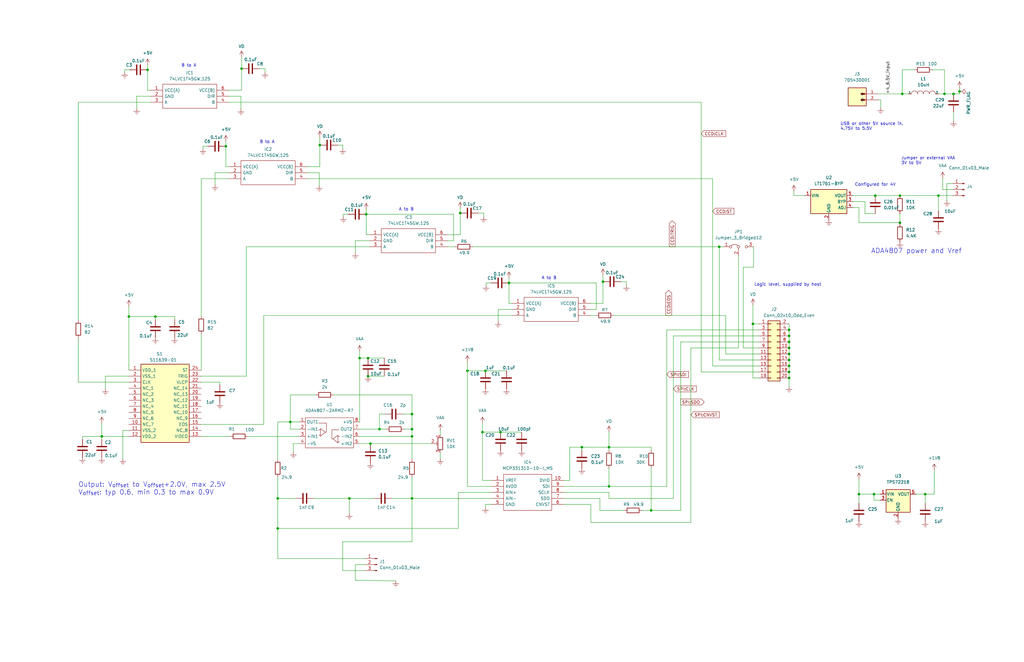
<source format=kicad_sch>
(kicad_sch (version 20211123) (generator eeschema)
  (paper "B")
  (title_block (title "S11639-01 Sensor Board with SPI interface") (date "2023-12-25") (rev "0.1") (company "Mitchell C Nelson, PhD  (C) 2023"))
  (junction (at 332.74 144.272))
  (junction (at 303.276 104.14))
  (junction (at 62.23 29.464))
  (junction (at 256.794 188.722))
  (junction (at 117.094 210.312))
  (junction (at 332.74 154.432))
  (junction (at 203.454 182.372))
  (junction (at 65.532 133.604))
  (junction (at 332.74 159.512))
  (junction (at 245.364 188.722))
  (junction (at 155.194 158.75))
  (junction (at 332.74 149.352))
  (junction (at 317.5 136.652))
  (junction (at 42.926 184.15))
  (junction (at 369.062 82.55))
  (junction (at 101.854 28.956))
  (junction (at 154.432 90.424))
  (junction (at 332.74 139.192))
  (junction (at 368.554 208.534))
  (junction (at 214.63 119.38))
  (junction (at 380.492 39.624))
  (junction (at 332.74 141.732))
  (junction (at 204.724 156.464))
  (junction (at 256.794 205.232))
  (junction (at 402.082 39.624))
  (junction (at 211.074 182.372))
  (junction (at 54.356 133.604))
  (junction (at 134.874 61.214))
  (junction (at 173.736 174.752))
  (junction (at 155.194 151.13))
  (junction (at 197.104 156.464))
  (junction (at 379.476 93.98))
  (junction (at 362.204 208.534))
  (junction (at 390.144 208.534))
  (junction (at 404.622 38.608))
  (junction (at 173.736 210.312))
  (junction (at 254.254 118.872))
  (junction (at 117.094 223.012))
  (junction (at 398.272 39.624))
  (junction (at 151.638 151.13))
  (junction (at 332.74 156.972))
  (junction (at 274.574 215.392))
  (junction (at 194.056 89.916))
  (junction (at 332.74 151.892))
  (junction (at 156.21 187.198))
  (junction (at 160.02 181.102))
  (junction (at 173.736 181.102))
  (junction (at 395.732 82.55))
  (junction (at 332.74 146.812))
  (junction (at 379.476 82.55))
  (junction (at 122.428 178.054))
  (junction (at 147.32 210.312))
  (junction (at 173.736 184.15))
  (junction (at 95.25 61.722))
  (wire (pts (xy 97.028 184.15) (xy 84.836 184.15)))
  (wire (pts (xy 364.744 85.09) (xy 364.744 90.17)))
  (wire (pts (xy 369.062 82.55) (xy 379.476 82.55)))
  (wire (pts (xy 132.334 210.312) (xy 147.32 210.312)))
  (wire (pts (xy 197.104 156.464) (xy 204.724 156.464)))
  (wire (pts (xy 85.598 62.738) (xy 85.598 61.722)))
  (wire (pts (xy 191.77 104.14) (xy 188.722 104.14)))
  (wire (pts (xy 207.264 212.852) (xy 204.724 212.852)))
  (wire (pts (xy 248.92 130.556) (xy 251.46 130.556)))
  (wire (pts (xy 295.656 156.972) (xy 295.656 43.18)))
  (wire (pts (xy 96.52 43.18) (xy 295.656 43.18)))
  (wire (pts (xy 371.348 45.466) (xy 371.348 42.164)))
  (wire (pts (xy 129.54 72.898) (xy 134.62 72.898)))
  (wire (pts (xy 248.92 128.016) (xy 254.254 128.016)))
  (wire (pts (xy 62.23 27.432) (xy 62.23 29.464)))
  (wire (pts (xy 261.874 118.872) (xy 264.16 118.872)))
  (wire (pts (xy 54.356 129.286) (xy 54.356 133.604)))
  (wire (pts (xy 204.978 119.38) (xy 207.01 119.38)))
  (wire (pts (xy 111.252 133.096) (xy 215.9 133.096)))
  (wire (pts (xy 44.45 164.084) (xy 44.45 158.75)))
  (wire (pts (xy 274.574 188.722) (xy 274.574 189.992)))
  (wire (pts (xy 311.404 146.812) (xy 291.338 146.812)))
  (wire (pts (xy 185.674 193.548) (xy 185.674 191.008)))
  (wire (pts (xy 84.836 75.438) (xy 84.836 133.35)))
  (wire (pts (xy 122.428 166.624) (xy 122.428 178.054)))
  (wire (pts (xy 390.144 208.534) (xy 390.144 212.344)))
  (wire (pts (xy 270.764 215.392) (xy 274.574 215.392)))
  (wire (pts (xy 54.356 161.29) (xy 33.02 161.29)))
  (wire (pts (xy 117.094 178.054) (xy 122.428 178.054)))
  (wire (pts (xy 199.39 104.14) (xy 303.276 104.14)))
  (wire (pts (xy 313.436 112.776) (xy 317.754 112.776)))
  (wire (pts (xy 65.532 133.604) (xy 54.356 133.604)))
  (wire (pts (xy 156.21 187.198) (xy 181.864 187.198)))
  (wire (pts (xy 256.794 197.612) (xy 256.794 205.232)))
  (wire (pts (xy 117.094 193.802) (xy 117.094 178.054)))
  (wire (pts (xy 157.734 210.312) (xy 147.32 210.312)))
  (wire (pts (xy 359.664 87.63) (xy 362.204 87.63)))
  (wire (pts (xy 117.094 223.012) (xy 193.294 223.012)))
  (wire (pts (xy 188.722 99.06) (xy 194.056 99.06)))
  (wire (pts (xy 194.056 87.884) (xy 194.056 89.916)))
  (wire (pts (xy 155.702 101.6) (xy 149.86 101.6)))
  (wire (pts (xy 320.04 136.652) (xy 317.5 136.652)))
  (wire (pts (xy 254.254 118.872) (xy 254.254 128.016)))
  (wire (pts (xy 370.332 39.624) (xy 380.492 39.624)))
  (wire (pts (xy 95.25 59.69) (xy 95.25 61.722)))
  (wire (pts (xy 126.238 184.15) (xy 104.648 184.15)))
  (wire (pts (xy 204.978 120.396) (xy 204.978 119.38)))
  (wire (pts (xy 101.854 24.13) (xy 101.854 28.956)))
  (wire (pts (xy 215.9 130.556) (xy 210.058 130.556)))
  (wire (pts (xy 362.204 208.534) (xy 362.204 212.344)))
  (wire (pts (xy 165.354 210.312) (xy 173.736 210.312)))
  (wire (pts (xy 249.174 220.472) (xy 291.338 220.472)))
  (wire (pts (xy 256.794 188.722) (xy 256.794 189.992)))
  (wire (pts (xy 33.02 142.748) (xy 33.02 161.29)))
  (wire (pts (xy 364.744 90.17) (xy 369.062 90.17)))
  (wire (pts (xy 151.638 148.336) (xy 151.638 151.13)))
  (wire (pts (xy 90.678 72.898) (xy 90.678 77.978)))
  (wire (pts (xy 393.954 198.374) (xy 393.954 208.534)))
  (wire (pts (xy 203.454 182.372) (xy 211.074 182.372)))
  (wire (pts (xy 395.732 39.624) (xy 398.272 39.624)))
  (wire (pts (xy 379.476 93.98) (xy 379.476 94.488)))
  (wire (pts (xy 256.794 188.722) (xy 256.794 182.372)))
  (wire (pts (xy 240.284 202.692) (xy 237.744 202.692)))
  (wire (pts (xy 155.194 158.75) (xy 162.052 158.75)))
  (wire (pts (xy 33.02 43.18) (xy 33.02 135.128)))
  (wire (pts (xy 63.5 40.64) (xy 57.658 40.64)))
  (wire (pts (xy 398.272 29.464) (xy 398.272 39.624)))
  (wire (pts (xy 332.74 159.512) (xy 332.74 163.068)))
  (wire (pts (xy 379.476 82.55) (xy 395.732 82.55)))
  (wire (pts (xy 57.658 40.64) (xy 57.658 45.72)))
  (wire (pts (xy 197.104 205.232) (xy 207.264 205.232)))
  (wire (pts (xy 204.724 156.464) (xy 213.614 156.464)))
  (wire (pts (xy 317.5 136.652) (xy 317.5 159.512)))
  (wire (pts (xy 320.04 141.732) (xy 283.972 141.732)))
  (wire (pts (xy 210.058 130.556) (xy 210.058 135.636)))
  (wire (pts (xy 95.25 70.358) (xy 96.52 70.358)))
  (wire (pts (xy 111.252 133.096) (xy 111.252 179.07)))
  (wire (pts (xy 313.436 146.812) (xy 320.04 146.812)))
  (wire (pts (xy 73.66 133.604) (xy 65.532 133.604)))
  (wire (pts (xy 404.622 37.084) (xy 404.622 38.608)))
  (wire (pts (xy 237.744 212.852) (xy 249.174 212.852)))
  (wire (pts (xy 51.816 193.548) (xy 51.816 181.61)))
  (wire (pts (xy 402.082 39.624) (xy 404.622 39.624)))
  (wire (pts (xy 144.78 91.44) (xy 144.78 90.424)))
  (wire (pts (xy 320.04 156.972) (xy 295.656 156.972)))
  (wire (pts (xy 154.432 90.424) (xy 154.432 99.06)))
  (wire (pts (xy 334.772 80.772) (xy 334.772 82.55)))
  (wire (pts (xy 395.732 82.55) (xy 395.732 88.9)))
  (wire (pts (xy 151.638 181.102) (xy 160.02 181.102)))
  (wire (pts (xy 144.526 228.6) (xy 173.736 228.6)))
  (wire (pts (xy 380.492 39.624) (xy 383.032 39.624)))
  (wire (pts (xy 399.288 77.47) (xy 399.288 84.582)))
  (wire (pts (xy 320.04 151.892) (xy 303.276 151.892)))
  (wire (pts (xy 151.638 151.13) (xy 155.194 151.13)))
  (wire (pts (xy 311.404 107.95) (xy 311.404 146.812)))
  (wire (pts (xy 160.02 174.752) (xy 160.02 181.102)))
  (wire (pts (xy 379.476 90.17) (xy 379.476 93.98)))
  (wire (pts (xy 95.25 61.722) (xy 95.25 70.358)))
  (wire (pts (xy 144.78 90.424) (xy 146.812 90.424)))
  (wire (pts (xy 256.794 210.312) (xy 283.972 210.312)))
  (wire (pts (xy 194.056 89.916) (xy 194.056 99.06)))
  (wire (pts (xy 103.886 104.14) (xy 103.886 158.75)))
  (wire (pts (xy 274.574 215.392) (xy 287.02 215.392)))
  (wire (pts (xy 160.02 181.102) (xy 162.814 181.102)))
  (wire (pts (xy 173.736 228.6) (xy 173.736 210.312)))
  (wire (pts (xy 380.492 29.464) (xy 380.492 39.624)))
  (wire (pts (xy 371.348 42.164) (xy 370.332 42.164)))
  (wire (pts (xy 122.428 181.102) (xy 122.428 178.054)))
  (wire (pts (xy 96.52 75.438) (xy 84.836 75.438)))
  (wire (pts (xy 362.204 208.534) (xy 368.554 208.534)))
  (wire (pts (xy 52.578 30.48) (xy 52.578 29.464)))
  (wire (pts (xy 144.526 61.214) (xy 144.526 62.738)))
  (wire (pts (xy 245.364 188.722) (xy 245.364 189.992)))
  (wire (pts (xy 385.572 29.464) (xy 380.492 29.464)))
  (wire (pts (xy 251.46 119.38) (xy 214.63 119.38)))
  (wire (pts (xy 154.432 88.392) (xy 154.432 90.424)))
  (wire (pts (xy 256.794 207.772) (xy 256.794 210.312)))
  (wire (pts (xy 339.344 82.55) (xy 334.772 82.55)))
  (wire (pts (xy 111.76 28.956) (xy 111.76 30.48)))
  (wire (pts (xy 306.07 149.352) (xy 320.04 149.352)))
  (wire (pts (xy 397.51 75.184) (xy 397.51 80.01)))
  (wire (pts (xy 332.74 146.812) (xy 332.74 149.352)))
  (wire (pts (xy 151.638 187.198) (xy 156.21 187.198)))
  (wire (pts (xy 359.664 82.55) (xy 369.062 82.55)))
  (wire (pts (xy 151.638 184.15) (xy 173.736 184.15)))
  (wire (pts (xy 303.276 151.892) (xy 303.276 104.14)))
  (wire (pts (xy 173.736 201.422) (xy 173.736 210.312)))
  (wire (pts (xy 300.482 154.432) (xy 300.482 75.438)))
  (wire (pts (xy 154.432 99.06) (xy 155.702 99.06)))
  (wire (pts (xy 34.798 184.15) (xy 34.798 185.42)))
  (wire (pts (xy 129.54 70.358) (xy 134.874 70.358)))
  (wire (pts (xy 170.434 181.102) (xy 173.736 181.102)))
  (wire (pts (xy 240.284 188.722) (xy 245.364 188.722)))
  (wire (pts (xy 96.52 40.64) (xy 101.6 40.64)))
  (wire (pts (xy 122.428 178.054) (xy 126.238 178.054)))
  (wire (pts (xy 332.74 136.652) (xy 332.74 139.192)))
  (wire (pts (xy 203.454 202.692) (xy 203.454 182.372)))
  (wire (pts (xy 386.334 208.534) (xy 390.144 208.534)))
  (wire (pts (xy 197.104 156.464) (xy 197.104 205.232)))
  (wire (pts (xy 237.744 207.772) (xy 256.794 207.772)))
  (wire (pts (xy 390.144 208.534) (xy 393.954 208.534)))
  (wire (pts (xy 203.962 89.916) (xy 203.962 91.44)))
  (wire (pts (xy 149.86 244.856) (xy 166.878 245.11)))
  (wire (pts (xy 303.276 104.14) (xy 305.054 104.14)))
  (wire (pts (xy 162.306 174.752) (xy 160.02 174.752)))
  (wire (pts (xy 245.364 188.722) (xy 256.794 188.722)))
  (wire (pts (xy 62.23 29.464) (xy 62.23 38.1)))
  (wire (pts (xy 397.51 80.01) (xy 401.574 80.01)))
  (wire (pts (xy 42.926 178.562) (xy 42.926 184.15)))
  (wire (pts (xy 147.32 210.312) (xy 147.32 216.662)))
  (wire (pts (xy 101.854 28.956) (xy 101.854 38.1)))
  (wire (pts (xy 144.526 240.792) (xy 144.526 228.6)))
  (wire (pts (xy 193.294 207.772) (xy 207.264 207.772)))
  (wire (pts (xy 84.836 179.07) (xy 111.252 179.07)))
  (wire (pts (xy 393.192 29.464) (xy 398.272 29.464)))
  (wire (pts (xy 332.74 151.892) (xy 332.74 154.432)))
  (wire (pts (xy 258.826 133.096) (xy 306.07 133.096)))
  (wire (pts (xy 188.722 101.6) (xy 191.262 101.6)))
  (wire (pts (xy 256.794 188.722) (xy 274.574 188.722)))
  (wire (pts (xy 237.744 205.232) (xy 256.794 205.232)))
  (wire (pts (xy 153.924 238.252) (xy 149.86 238.252)))
  (wire (pts (xy 197.104 152.654) (xy 197.104 156.464)))
  (wire (pts (xy 274.574 197.612) (xy 274.574 215.392)))
  (wire (pts (xy 84.836 161.29) (xy 92.71 161.29)))
  (wire (pts (xy 153.924 235.712) (xy 117.094 235.712)))
  (wire (pts (xy 109.474 28.956) (xy 111.76 28.956)))
  (wire (pts (xy 317.5 159.512) (xy 320.04 159.512)))
  (wire (pts (xy 52.578 29.464) (xy 54.61 29.464)))
  (wire (pts (xy 169.926 174.752) (xy 173.736 174.752)))
  (wire (pts (xy 117.094 201.422) (xy 117.094 210.312)))
  (wire (pts (xy 191.262 90.424) (xy 154.432 90.424)))
  (wire (pts (xy 117.094 235.712) (xy 117.094 223.012)))
  (wire (pts (xy 96.52 38.1) (xy 101.854 38.1)))
  (wire (pts (xy 251.46 130.556) (xy 251.46 119.38)))
  (wire (pts (xy 173.736 210.312) (xy 207.264 210.312)))
  (wire (pts (xy 287.02 144.272) (xy 287.02 215.392)))
  (wire (pts (xy 54.356 133.604) (xy 54.356 156.21)))
  (wire (pts (xy 34.798 184.15) (xy 42.926 184.15)))
  (wire (pts (xy 317.754 112.776) (xy 317.754 104.14)))
  (wire (pts (xy 291.338 146.812) (xy 291.338 220.472)))
  (wire (pts (xy 214.63 117.348) (xy 214.63 119.38)))
  (wire (pts (xy 240.284 188.722) (xy 240.284 202.692)))
  (wire (pts (xy 173.736 184.15) (xy 173.736 193.802)))
  (wire (pts (xy 149.86 101.6) (xy 149.86 106.68)))
  (wire (pts (xy 191.262 101.6) (xy 191.262 90.424)))
  (wire (pts (xy 149.86 238.252) (xy 149.86 244.856)))
  (wire (pts (xy 283.972 141.732) (xy 283.972 210.312)))
  (wire (pts (xy 249.174 212.852) (xy 249.174 220.472)))
  (wire (pts (xy 368.554 211.074) (xy 368.554 208.534)))
  (wire (pts (xy 156.21 187.198) (xy 156.21 187.706)))
  (wire (pts (xy 204.724 212.852) (xy 204.724 214.122)))
  (wire (pts (xy 332.74 149.352) (xy 332.74 151.892)))
  (wire (pts (xy 281.178 139.192) (xy 281.178 205.232)))
  (wire (pts (xy 281.178 139.192) (xy 320.04 139.192)))
  (wire (pts (xy 332.74 144.272) (xy 332.74 146.812)))
  (wire (pts (xy 317.5 128.778) (xy 317.5 136.652)))
  (wire (pts (xy 126.238 181.102) (xy 122.428 181.102)))
  (wire (pts (xy 65.532 133.604) (xy 65.532 134.874)))
  (wire (pts (xy 96.52 72.898) (xy 90.678 72.898)))
  (wire (pts (xy 142.494 61.214) (xy 144.526 61.214)))
  (wire (pts (xy 42.926 184.15) (xy 42.926 185.42)))
  (wire (pts (xy 84.836 140.97) (xy 84.836 156.21)))
  (wire (pts (xy 129.54 75.438) (xy 300.482 75.438)))
  (wire (pts (xy 362.204 93.98) (xy 379.476 93.98)))
  (wire (pts (xy 214.63 128.016) (xy 215.9 128.016)))
  (wire (pts (xy 153.924 240.792) (xy 144.526 240.792)))
  (wire (pts (xy 101.6 40.64) (xy 101.6 45.974)))
  (wire (pts (xy 42.926 184.15) (xy 54.356 184.15)))
  (wire (pts (xy 92.71 161.29) (xy 92.71 162.306)))
  (wire (pts (xy 173.736 166.624) (xy 173.736 174.752)))
  (wire (pts (xy 201.676 89.916) (xy 203.962 89.916)))
  (wire (pts (xy 256.794 205.232) (xy 281.178 205.232)))
  (wire (pts (xy 51.816 181.61) (xy 54.356 181.61)))
  (wire (pts (xy 134.874 57.912) (xy 134.874 61.214)))
  (wire (pts (xy 84.836 158.75) (xy 103.886 158.75)))
  (wire (pts (xy 320.04 144.272) (xy 287.02 144.272)))
  (wire (pts (xy 313.436 146.812) (xy 313.436 112.776)))
  (wire (pts (xy 252.984 210.312) (xy 252.984 215.392)))
  (wire (pts (xy 404.622 38.608) (xy 404.622 39.624)))
  (wire (pts (xy 320.04 154.432) (xy 300.482 154.432)))
  (wire (pts (xy 207.264 202.692) (xy 203.454 202.692)))
  (wire (pts (xy 395.732 82.55) (xy 401.574 82.55)))
  (wire (pts (xy 123.698 187.198) (xy 126.238 187.198)))
  (wire (pts (xy 151.638 151.13) (xy 151.638 178.054)))
  (wire (pts (xy 133.096 166.624) (xy 122.428 166.624)))
  (wire (pts (xy 85.598 61.722) (xy 87.63 61.722)))
  (wire (pts (xy 368.554 208.534) (xy 371.094 208.534)))
  (wire (pts (xy 155.702 104.14) (xy 103.886 104.14)))
  (wire (pts (xy 155.194 151.13) (xy 162.052 151.13)))
  (wire (pts (xy 332.74 156.972) (xy 332.74 159.512)))
  (wire (pts (xy 398.272 39.624) (xy 402.082 39.624)))
  (wire (pts (xy 401.574 77.47) (xy 399.288 77.47)))
  (wire (pts (xy 134.62 72.898) (xy 134.62 78.232)))
  (wire (pts (xy 123.698 190.754) (xy 123.698 187.198)))
  (wire (pts (xy 371.094 211.074) (xy 368.554 211.074)))
  (wire (pts (xy 362.204 202.184) (xy 362.204 208.534)))
  (wire (pts (xy 332.74 141.732) (xy 332.74 144.272)))
  (wire (pts (xy 185.674 181.61) (xy 185.674 183.388)))
  (wire (pts (xy 117.094 210.312) (xy 124.714 210.312)))
  (wire (pts (xy 214.63 119.38) (xy 214.63 128.016)))
  (wire (pts (xy 362.204 87.63) (xy 362.204 93.98)))
  (wire (pts (xy 251.206 133.096) (xy 248.92 133.096)))
  (wire (pts (xy 173.736 181.102) (xy 173.736 184.15)))
  (wire (pts (xy 264.16 118.872) (xy 264.16 120.396)))
  (wire (pts (xy 140.716 166.624) (xy 173.736 166.624)))
  (wire (pts (xy 252.984 215.392) (xy 263.144 215.392)))
  (wire (pts (xy 117.094 210.312) (xy 117.094 223.012)))
  (wire (pts (xy 402.082 47.244) (xy 402.082 51.054)))
  (wire (pts (xy 203.454 178.562) (xy 203.454 182.372)))
  (wire (pts (xy 73.66 133.604) (xy 73.66 134.874)))
  (wire (pts (xy 254.254 116.078) (xy 254.254 118.872)))
  (wire (pts (xy 63.5 43.18) (xy 33.02 43.18)))
  (wire (pts (xy 332.74 139.192) (xy 332.74 141.732)))
  (wire (pts (xy 211.074 182.372) (xy 219.964 182.372)))
  (wire (pts (xy 237.744 210.312) (xy 252.984 210.312)))
  (wire (pts (xy 134.874 61.214) (xy 134.874 70.358)))
  (wire (pts (xy 62.23 38.1) (xy 63.5 38.1)))
  (wire (pts (xy 44.45 158.75) (xy 54.356 158.75)))
  (wire (pts (xy 332.74 154.432) (xy 332.74 156.972)))
  (wire (pts (xy 173.736 174.752) (xy 173.736 181.102)))
  (wire (pts (xy 193.294 207.772) (xy 193.294 223.012)))
  (wire (pts (xy 359.664 85.09) (xy 364.744 85.09)))
  (wire (pts (xy 306.07 133.096) (xy 306.07 149.352)))
  (text "B to A" (at 76.454 28.448 0) (effects (font (size 1.27 1.27)) (justify left bottom)))
  (text "Output: V_{offset} to V_{offset}+2.0V, max 2.5V\nV_{offset}: typ 0.6, min 0.3 to max 0.9V\n\n" (at 33.02 212.344 0) (effects (font (size 2.032 2.032)) (justify left bottom)))
  (text "USB or other 5V source in.\n4.75V to 5.5V" (at 354.33 55.118 0) (effects (font (size 1.27 1.27)) (justify left bottom)))
  (text "A to B" (at 168.148 89.154 0) (effects (font (size 1.27 1.27)) (justify left bottom)))
  (text "A to B" (at 228.346 118.11 0) (effects (font (size 1.27 1.27)) (justify left bottom)))
  (text "Logic level, supplied by host" (at 318.008 120.904 0) (effects (font (size 1.27 1.27)) (justify left bottom)))
  (text "Jumper or external VAA\n3V to 5V" (at 379.984 69.596 0) (effects (font (size 1.27 1.27)) (justify left bottom)))
  (text "B to A" (at 109.474 60.706 0) (effects (font (size 1.27 1.27)) (justify left bottom)))
  (text "Configured for 4V" (at 360.426 78.74 0) (effects (font (size 1.27 1.27)) (justify left bottom)))
  (text "ADA4807 power and Vref" (at 367.284 107.188 0) (effects (font (size 2.032 2.032)) (justify left bottom)))
  (label "+4_6.5V_input" (at 375.412 39.624 90))
  (global_label "CCD:CLK" (shape input) (at 295.656 56.388 0) (property "Intersheet References" "${INTERSHEET_REFS}" (effects hide)))
  (global_label "SPI:SDO" (shape output) (at 287.02 169.672 0) (property "Intersheet References" "${INTERSHEET_REFS}" (effects hide)))
  (global_label "CCD:ST" (shape input) (at 300.482 89.154 0) (property "Intersheet References" "${INTERSHEET_REFS}" (effects hide)))
  (global_label "CCD:EOS" (shape output) (at 281.94 133.096 90) (property "Intersheet References" "${INTERSHEET_REFS}" (effects hide)))
  (global_label "SPI:CLK" (shape input) (at 283.972 164.084 0) (property "Intersheet References" "${INTERSHEET_REFS}" (effects hide)))
  (global_label "CCD:TRIG" (shape output) (at 283.464 104.14 90) (property "Intersheet References" "${INTERSHEET_REFS}" (effects hide)))
  (global_label "SPI:CNVST" (shape input) (at 291.338 175.006 0) (property "Intersheet References" "${INTERSHEET_REFS}" (effects hide)))
  (global_label "SPI:SDI" (shape input) (at 281.178 157.988 0) (property "Intersheet References" "${INTERSHEET_REFS}" (effects hide)))
  (symbol (lib_id "Device:C") (at 161.544 210.312 270) (unit 1)
    (property "Reference" "C14" (at 162.8141 214.122 90) (effects (justify left)))
    (property "Value" "1nF" (at 159.004 214.122 90) (effects (justify left)))
    (property "Footprint" "Capacitor_SMD:C_0603_1608Metric" (effects hide))
    (property "Digikey" "399-C0603C102F3GAC7867CT-ND" (effects hide))
    (property "Description" "CAP CER 1000PF 25V C0G/NP0 0603" (effects hide))
  )
  (symbol (lib_id "power:Earth") (at 44.45 164.084 0) (mirror y) (unit 1)
    (property "Reference" "#PWR04" (effects hide))
    (property "Value" "Earth" (effects hide))
  )
  (symbol (lib_id "power:Earth") (at 90.678 77.978 0) (unit 1)
    (property "Reference" "#PWR013" (effects hide))
    (property "Value" "Earth" (effects hide))
  )
  (symbol (lib_id "power:Earth") (at 57.658 45.72 0) (unit 1)
    (property "Reference" "#PWR08" (effects hide))
    (property "Value" "Earth" (effects hide))
  )
  (symbol (lib_id "power:VAA") (at 185.674 181.61 0) (unit 1)
    (property "Reference" "#PWR031" (effects hide))
    (property "Value" "VAA" (at 185.674 176.276 0))
  )
  (symbol (lib_id "Device:R") (at 173.736 197.612 0) (unit 1)
    (property "Reference" "R5" (at 171.196 197.612 0))
    (property "Value" "24.9" (at 169.926 201.422 0))
    (property "Footprint" "Resistor_SMD:R_0603_1608Metric" (effects hide))
    (property "Description" "RES 24.9 OHM 1% 1/8W 0603" (effects hide))
    (property "Digikey" "2019-RK73H1JTTD24R9FCT-ND" (effects hide))
  )
  (symbol (lib_id "power:Earth") (at 101.6 45.974 0) (unit 1)
    (property "Reference" "#PWR016" (effects hide))
    (property "Value" "Earth" (effects hide))
  )
  (symbol (lib_id "Device:R") (at 266.954 215.392 90) (unit 1)
    (property "Reference" "R9" (at 264.16 212.852 90))
    (property "Value" "49.9" (at 269.24 212.852 90))
    (property "Footprint" "Resistor_SMD:R_0603_1608Metric" (effects hide))
    (property "Description" "RES 49.9 OHM 1% 1/10W 0603" (effects hide))
    (property "Digikey" "RMCF0603FT49R9CT-ND" (effects hide))
  )
  (symbol (lib_id "Device:C") (at 213.614 160.274 0) (mirror y) (unit 1)
    (property "Reference" "C21" (at 211.074 157.734 0) (effects (justify left)))
    (property "Value" "0.1uF" (at 217.424 155.194 0) (effects (justify left)))
    (property "Footprint" "Capacitor_SMD:C_0603_1608Metric" (effects hide))
    (property "Digikey" "445-5666-1-ND" (effects hide))
    (property "Description" "CAP CER 0.1UF 50V X7R 0603" (effects hide))
  )
  (symbol (lib_id "power:+5V") (at 95.25 59.69 0) (mirror y) (unit 1)
    (property "Reference" "#PWR015" (effects hide))
    (property "Value" "+5V" (at 95.25 54.61 0))
  )
  (symbol (lib_id "power:+1V8") (at 393.954 198.374 0) (unit 1)
    (property "Reference" "#PWR059" (effects hide))
    (property "Value" "+1V8" (at 393.954 193.294 0))
  )
  (symbol (lib_id "power:Earth") (at 51.816 193.548 0) (mirror y) (unit 1)
    (property "Reference" "#PWR05" (effects hide))
    (property "Value" "Earth" (effects hide))
  )
  (symbol (lib_id "power:Earth") (at 245.364 197.612 0) (unit 1)
    (property "Reference" "#PWR045" (effects hide))
    (property "Value" "Earth" (effects hide))
  )
  (symbol (lib_id "Regulator_Linear:LT1761-BYP") (at 349.504 85.09 0) (unit 1)
    (property "Reference" "U2" (at 349.504 74.93 0))
    (property "Value" "LT1761-BYP" (at 349.504 77.47 0))
    (property "Footprint" "Package_TO_SOT_SMD:TSOT-23-5" (effects hide))
    (property "Datasheet" "https://www.analog.com/media/en/technical-documentation/data-sheets/1761sff.pdf" (effects hide))
    (property "Digikey" "505-LT1761ES5-BYP#TRMPBFCT-ND" (effects hide))
    (property "Desciption" "IC REG LIN POS ADJ 100MA TSOT23" (effects hide))
  )
  (symbol (lib_id "power:Earth") (at 362.204 219.964 0) (mirror y) (unit 1)
    (property "Reference" "#PWR054" (effects hide))
    (property "Value" "Earth" (effects hide))
  )
  (symbol (lib_id "Device:R") (at 274.574 193.802 0) (unit 1)
    (property "Reference" "R10" (at 269.494 192.532 0) (effects (justify left)))
    (property "Value" "30K" (at 268.224 195.072 0) (effects (justify left)))
    (property "Footprint" "Resistor_SMD:R_0603_1608Metric" (effects hide))
    (property "Description" "RES 30K OHM 1% 1/10W 0603" (effects hide))
    (property "Digikey" "311-30.0KHRCT-ND" (effects hide))
  )
  (symbol (lib_id "power:Earth") (at 204.724 214.122 0) (mirror y) (unit 1)
    (property "Reference" "#PWR038" (effects hide))
    (property "Value" "Earth" (effects hide))
  )
  (symbol (lib_id "S11639-01:S11639-01") (at 54.356 156.21 0) (unit 1)
    (property "Reference" "S1" (at 67.31 149.352 0))
    (property "Value" "S11639-01" (at 68.834 151.892 0))
    (property "Footprint" "Package_DIP:DIP-24_W10.16mm_Socket" (effects hide))
    (property "Manufacturer_Name" "Hamamatsu" (effects hide))
    (property "Manufacturer_Part_Number" "S11639-01" (effects hide))
    (property "Accessory Part" "ED3424-ND" (effects hide))
  )
  (symbol (lib_id "power:+5V") (at 154.432 88.392 0) (mirror y) (unit 1)
    (property "Reference" "#PWR027" (effects hide))
    (property "Value" "+5V" (at 154.432 83.312 0))
  )
  (symbol (lib_id "power:VAA") (at 203.454 178.562 0) (unit 1)
    (property "Reference" "#PWR035" (effects hide))
    (property "Value" "VAA" (at 203.454 173.228 0))
  )
  (symbol (lib_id "Device:C") (at 210.82 119.38 270) (mirror x) (unit 1)
    (property "Reference" "C19" (at 205.486 117.348 90) (effects (justify left)))
    (property "Value" "0.1uF" (at 208.026 115.57 90) (effects (justify left)))
    (property "Footprint" "Capacitor_SMD:C_0603_1608Metric" (effects hide))
    (property "Digikey" "445-5666-1-ND" (effects hide))
    (property "Description" "CAP CER 0.1UF 50V X7R 0603" (effects hide))
  )
  (symbol (lib_id "power:Earth") (at 204.978 120.396 0) (unit 1)
    (property "Reference" "#PWR039" (effects hide))
    (property "Value" "Earth" (effects hide))
  )
  (symbol (lib_id "Device:C") (at 395.732 92.71 0) (mirror y) (unit 1)
    (property "Reference" "C28" (at 393.192 90.17 0) (effects (justify left)))
    (property "Value" "10uF" (at 403.098 89.154 0) (effects (justify left)))
    (property "Footprint" "Capacitor_SMD:C_0603_1608Metric" (effects hide))
    (property "Digikey" "490-18214-1-ND" (effects hide))
    (property "Description" "CAP CER 10UF 25V X5R 0603" (effects hide))
  )
  (symbol (lib_id "power:+5V") (at 42.926 178.562 0) (unit 1)
    (property "Reference" "#PWR02" (effects hide))
    (property "Value" "+5V" (at 42.926 173.736 0))
  )
  (symbol (lib_id "power:Earth") (at 379.476 102.108 0) (mirror y) (unit 1)
    (property "Reference" "#PWR057" (effects hide))
    (property "Value" "Earth" (effects hide))
  )
  (symbol (lib_id "power:Earth") (at 123.698 190.754 0) (mirror y) (unit 1)
    (property "Reference" "#PWR019" (effects hide))
    (property "Value" "Earth" (effects hide))
  )
  (symbol (lib_id "power:Earth") (at 166.878 245.11 0) (mirror y) (unit 1)
    (property "Reference" "#PWR030" (effects hide))
    (property "Value" "Earth" (effects hide))
  )
  (symbol (lib_id "Device:R") (at 136.906 166.624 90) (unit 1)
    (property "Reference" "R3" (at 136.906 160.782 90))
    (property "Value" "2k" (at 136.906 163.322 90))
    (property "Footprint" "Resistor_SMD:R_0603_1608Metric" (effects hide))
    (property "Description" "RES SMD 2K OHM 0.1% 1/10W 0603" (effects hide))
    (property "Digikey" "P2.0KDBCT-ND" (effects hide))
  )
  (symbol (lib_id "power:Earth") (at 52.578 30.48 0) (unit 1)
    (property "Reference" "#PWR06" (effects hide))
    (property "Value" "Earth" (effects hide))
  )
  (symbol (lib_id "Device:R") (at 255.016 133.096 90) (unit 1)
    (property "Reference" "R7" (at 255.016 130.81 90))
    (property "Value" "49.9" (at 255.27 135.636 90))
    (property "Footprint" "Resistor_SMD:R_0603_1608Metric" (effects hide))
    (property "Description" "RES 49.9 OHM 1% 1/10W 0603" (effects hide))
    (property "Digikey" "RMCF0603FT49R9CT-ND" (effects hide))
  )
  (symbol (lib_id "power:+5V") (at 214.63 117.348 0) (mirror y) (unit 1)
    (property "Reference" "#PWR043" (effects hide))
    (property "Value" "+5V" (at 214.63 112.268 0))
  )
  (symbol (lib_id "power:VD") (at 317.5 128.778 0) (unit 1)
    (property "Reference" "#PWR049" (effects hide))
    (property "Value" "VD" (at 317.5 124.206 0))
  )
  (symbol (lib_id "Connector_Generic:Conn_02x10_Odd_Even") (at 325.12 146.812 0) (unit 1)
    (property "Reference" "J2" (at 326.39 130.556 0))
    (property "Value" "Conn_02x10_Odd_Even" (at 332.74 133.096 0))
    (property "Footprint" "Connector_PinHeader_2.54mm:PinHeader_2x10_P2.54mm_Vertical" (effects hide))
    (property "Digikey" "3M156308-20-ND" (effects hide))
    (property "Description" "CONN HEADER VERT 20POS 2.54MM" (effects hide))
  )
  (symbol (lib_id "power:Earth") (at 203.962 91.44 0) (mirror y) (unit 1)
    (property "Reference" "#PWR036" (effects hide))
    (property "Value" "Earth" (effects hide))
  )
  (symbol (lib_id "power:+5V") (at 54.356 129.286 0) (unit 1)
    (property "Reference" "#PWR07" (effects hide))
    (property "Value" "+5V" (at 54.356 124.46 0))
  )
  (symbol (lib_id "Connector:Conn_01x03_Male") (at 159.004 238.252 0) (mirror y) (unit 1)
    (property "Reference" "J1" (at 160.02 236.9819 0) (effects (justify right)))
    (property "Value" "Conn_01x03_Male" (at 160.02 239.5219 0) (effects (justify right)))
    (property "Footprint" "Connector_PinHeader_2.54mm:PinHeader_1x03_P2.54mm_Vertical" (effects hide))
    (property "Digikey" "3M156268-03-ND" (effects hide))
    (property "Description" "CONN HEADER VERT 3POS 2.54MM" (effects hide))
    (property "Accessory Part" "SAM10725-ND" (effects hide))
  )
  (symbol (lib_id "Device:C") (at 65.532 138.684 0) (mirror y) (unit 1)
    (property "Reference" "C4" (at 64.262 136.144 0) (effects (justify left)))
    (property "Value" "0.1uF" (at 64.262 141.732 0) (effects (justify left)))
    (property "Footprint" "Capacitor_SMD:C_0603_1608Metric" (effects hide))
    (property "Digikey" "445-5666-1-ND" (effects hide))
    (property "Description" "CAP CER 0.1UF 50V X7R 0603" (effects hide))
  )
  (symbol (lib_id "power:Earth") (at 42.926 193.04 0) (mirror y) (unit 1)
    (property "Reference" "#PWR03" (effects hide))
    (property "Value" "Earth" (effects hide))
  )
  (symbol (lib_id "74LVC1T45GW_125:74LVC1T45GW,125") (at 155.702 99.06 0) (unit 1)
    (property "Reference" "IC3" (at 172.212 91.694 0))
    (property "Value" "74LVC1T45GW,125" (at 172.212 94.234 0))
    (property "Footprint" "74VLC1T45GW_125:SOT65P210X110-6N" (effects hide))
    (property "Datasheet" "https://assets.nexperia.com/documents/data-sheet/74LVC_LVCH1T45.pdf" (effects hide))
    (property "Description" "74LVC1T45; 74LVCH1T45 - Dual supply translating transceiver; 3-state@en-us" (effects hide))
    (property "Height" "1.1" (effects hide))
    (property "Manufacturer_Name" "Nexperia" (effects hide))
    (property "Manufacturer_Part_Number" "74LVC1T45GW,125" (effects hide))
    (property "Digikey" "1727-4560-1-ND" (effects hide))
  )
  (symbol (lib_id "power:Earth") (at 34.798 193.04 0) (mirror y) (unit 1)
    (property "Reference" "#PWR01" (effects hide))
    (property "Value" "Earth" (effects hide))
  )
  (symbol (lib_id "Device:R") (at 117.094 197.612 0) (unit 1)
    (property "Reference" "R2" (at 119.634 197.612 0))
    (property "Value" "24.9" (at 120.904 201.422 0))
    (property "Footprint" "Resistor_SMD:R_0603_1608Metric" (effects hide))
    (property "Description" "RES 24.9 OHM 1% 1/8W 0603" (effects hide))
    (property "Digikey" "2019-RK73H1JTTD24R9FCT-ND" (effects hide))
  )
  (symbol (lib_id "705430001:705430001") (at 365.252 39.624 0) (mirror y) (unit 1)
    (property "Reference" "J3" (at 361.442 31.242 0))
    (property "Value" "705430001" (at 361.442 33.782 0))
    (property "Footprint" "MOLEX_705430001" (effects hide))
    (property "PARTREV" "M1" (effects hide))
    (property "STANDARD" "Manufacturer Recommendations" (effects hide))
    (property "MAXIMUM_PACKAGE_HEIGHT" "11.81 mm" (effects hide))
    (property "MANUFACTURER" "Molex" (effects hide))
    (property "Description" "CONN HEADER VERT 2POS 2.54MM" (effects hide))
    (property "Digikey" "WM4800-ND" (effects hide))
    (property "Manufacturer Part number" "0705430001" (effects hide))
  )
  (symbol (lib_id "power:Earth") (at 371.348 45.466 0) (unit 1)
    (property "Reference" "#PWR055" (effects hide))
    (property "Value" "Earth" (effects hide))
  )
  (symbol (lib_id "Device:R") (at 166.624 181.102 90) (unit 1)
    (property "Reference" "R4" (at 163.068 178.308 90))
    (property "Value" "2k" (at 169.418 178.308 90))
    (property "Footprint" "Resistor_SMD:R_0603_1608Metric" (effects hide))
    (property "Description" "RES SMD 2K OHM 0.1% 1/10W 0603" (effects hide))
    (property "Digikey" "P2.0KDBCT-ND" (effects hide))
  )
  (symbol (lib_id "power:Earth") (at 390.144 219.964 0) (mirror y) (unit 1)
    (property "Reference" "#PWR058" (effects hide))
    (property "Value" "Earth" (effects hide))
  )
  (symbol (lib_id "power:Earth") (at 65.532 142.494 0) (unit 1)
    (property "Reference" "#PWR010" (effects hide))
    (property "Value" "Earth" (effects hide))
  )
  (symbol (lib_id "Device:C") (at 150.622 90.424 270) (mirror x) (unit 1)
    (property "Reference" "C11" (at 145.288 88.392 90) (effects (justify left)))
    (property "Value" "0.1uF" (at 147.828 86.614 90) (effects (justify left)))
    (property "Footprint" "Capacitor_SMD:C_0603_1608Metric" (effects hide))
    (property "Digikey" "445-5666-1-ND" (effects hide))
    (property "Description" "CAP CER 0.1UF 50V X7R 0603" (effects hide))
  )
  (symbol (lib_id "power:Earth") (at 156.21 195.326 0) (mirror y) (unit 1)
    (property "Reference" "#PWR029" (effects hide))
    (property "Value" "Earth" (effects hide))
  )
  (symbol (lib_id "power:Earth") (at 73.66 142.494 0) (unit 1)
    (property "Reference" "#PWR011" (effects hide))
    (property "Value" "Earth" (effects hide))
  )
  (symbol (lib_id "Device:R") (at 195.58 104.14 90) (unit 1)
    (property "Reference" "R6" (at 195.58 101.854 90))
    (property "Value" "49.9" (at 195.834 106.68 90))
    (property "Footprint" "Resistor_SMD:R_0603_1608Metric" (effects hide))
    (property "Description" "RES 49.9 OHM 1% 1/10W 0603" (effects hide))
    (property "Digikey" "RMCF0603FT49R9CT-ND" (effects hide))
  )
  (symbol (lib_id "power:PWR_FLAG") (at 404.622 38.608 270) (unit 1)
    (property "Reference" "#FLG01" (effects hide))
    (property "Value" "PWR_FLAG" (at 408.432 38.6079 0) (effects (justify left)))
  )
  (symbol (lib_id "power:VAA") (at 397.51 75.184 0) (unit 1)
    (property "Reference" "#PWR061" (effects hide))
    (property "Value" "VAA" (at 397.51 69.85 0))
  )
  (symbol (lib_id "power:VD") (at 194.056 87.884 0) (unit 1)
    (property "Reference" "#PWR033" (effects hide))
    (property "Value" "VD" (at 194.056 83.312 0))
  )
  (symbol (lib_id "Device:R") (at 389.382 29.464 90) (unit 1)
    (property "Reference" "R13" (at 388.112 26.924 90))
    (property "Value" "100" (at 393.192 26.924 90))
    (property "Footprint" "Resistor_SMD:R_0603_1608Metric" (effects hide))
    (property "Description" "RES 100 OHM 1% 1/8W 0603" (effects hide))
    (property "Digikey" "RNCP0603FTD100RCT-ND" (effects hide))
  )
  (symbol (lib_id "Device:C") (at 34.798 189.23 0) (unit 1)
    (property "Reference" "C1" (at 36.322 186.436 0) (effects (justify left)))
    (property "Value" "22uF" (at 35.814 192.024 0) (effects (justify left)))
    (property "Footprint" "Capacitor_SMD:C_0805_2012Metric" (effects hide))
    (property "Digikey" "311-1903-1-ND" (effects hide))
    (property "Description" "CAP CER 22UF 25V X5R 0805" (effects hide))
  )
  (symbol (lib_id "power:Earth") (at 264.16 120.396 0) (mirror y) (unit 1)
    (property "Reference" "#PWR048" (effects hide))
    (property "Value" "Earth" (effects hide))
  )
  (symbol (lib_id "power:Earth") (at 402.082 51.054 0) (mirror y) (unit 1)
    (property "Reference" "#PWR063" (effects hide))
    (property "Value" "Earth" (effects hide))
  )
  (symbol (lib_id "power:Earth") (at 147.32 216.662 0) (mirror y) (unit 1)
    (property "Reference" "#PWR024" (effects hide))
    (property "Value" "Earth" (effects hide))
  )
  (symbol (lib_id "power:Earth") (at 213.614 164.084 0) (mirror y) (unit 1)
    (property "Reference" "#PWR042" (effects hide))
    (property "Value" "Earth" (effects hide))
  )
  (symbol (lib_id "Device:R") (at 100.838 184.15 90) (unit 1)
    (property "Reference" "R1" (at 99.06 181.102 90) (effects (justify left)))
    (property "Value" "100" (at 107.188 181.356 90) (effects (justify left)))
    (property "Footprint" "Resistor_SMD:R_0603_1608Metric" (effects hide))
    (property "Description" "RES 100 OHM 1% 1/8W 0603" (effects hide))
    (property "Digikey" "RNCP0603FTD100RCT-ND" (effects hide))
  )
  (symbol (lib_id "Device:C") (at 166.116 174.752 90) (unit 1)
    (property "Reference" "C16" (at 163.576 170.942 90))
    (property "Value" "2p" (at 169.926 170.942 90))
    (property "Footprint" "Capacitor_SMD:C_0603_1608Metric" (effects hide))
    (property "Description" "CAP CER 2PF 50V C0G/NPO 0603" (effects hide))
    (property "Digikey" "311-3827-1-ND" (effects hide))
  )
  (symbol (lib_id "Device:C") (at 362.204 216.154 0) (unit 1)
    (property "Reference" "C25" (at 366.014 214.8839 0) (effects (justify left)))
    (property "Value" "1uF" (at 356.362 219.71 0) (effects (justify left)))
    (property "Footprint" "Capacitor_SMD:C_0603_1608Metric" (effects hide))
    (property "Digikey" "490-10673-1-ND" (effects hide))
    (property "Description" "CAP CER 1UF 25V X7R 0603" (effects hide))
  )
  (symbol (lib_id "power:Earth") (at 155.194 158.75 0) (mirror y) (unit 1)
    (property "Reference" "#PWR028" (effects hide))
    (property "Value" "Earth" (effects hide))
  )
  (symbol (lib_id "74LVC1T45GW_125:74LVC1T45GW,125") (at 96.52 70.358 0) (unit 1)
    (property "Reference" "IC2" (at 113.03 62.992 0))
    (property "Value" "74LVC1T45GW,125" (at 113.03 65.532 0))
    (property "Footprint" "74VLC1T45GW_125:SOT65P210X110-6N" (effects hide))
    (property "Datasheet" "https://assets.nexperia.com/documents/data-sheet/74LVC_LVCH1T45.pdf" (effects hide))
    (property "Description" "74LVC1T45; 74LVCH1T45 - Dual supply translating transceiver; 3-state@en-us" (effects hide))
    (property "Height" "1.1" (effects hide))
    (property "Manufacturer_Name" "Nexperia" (effects hide))
    (property "Manufacturer_Part_Number" "74LVC1T45GW,125" (effects hide))
    (property "Digikey" "1727-4560-1-ND" (effects hide))
  )
  (symbol (lib_id "Device:R_Potentiometer_Trim") (at 185.674 187.198 0) (mirror y) (unit 1)
    (property "Reference" "RV1" (at 188.214 185.9279 0) (effects (justify right)))
    (property "Value" "10K" (at 188.214 188.4679 0) (effects (justify right)))
    (property "Footprint" "BournsTrimPot_3296W-1-502LF:TRIM_3296W-1-502LF" (effects hide))
    (property "Description" "TRIMMER 10K OHM 0.5W PC PIN TOP" (effects hide))
    (property "Digikey" "3296W-103LF-ND" (effects hide))
  )
  (symbol (lib_id "Device:C") (at 211.074 186.182 0) (mirror y) (unit 1)
    (property "Reference" "C20" (at 208.534 183.642 0) (effects (justify left)))
    (property "Value" "10uF" (at 214.884 181.102 0) (effects (justify left)))
    (property "Footprint" "Capacitor_SMD:C_0603_1608Metric" (effects hide))
    (property "Digikey" "490-18214-1-ND" (effects hide))
    (property "Description" "CAP CER 10UF 25V X5R 0603" (effects hide))
  )
  (symbol (lib_id "power:+5V") (at 362.204 202.184 0) (mirror y) (unit 1)
    (property "Reference" "#PWR053" (effects hide))
    (property "Value" "+5V" (at 362.204 197.104 0))
  )
  (symbol (lib_id "Regulator_Linear:TPS72218") (at 378.714 211.074 0) (unit 1)
    (property "Reference" "U3" (at 378.714 200.914 0))
    (property "Value" "TPS72218" (at 378.714 203.454 0))
    (property "Footprint" "Package_TO_SOT_SMD:SOT-23-5" (effects hide))
    (property "Datasheet" "http://www.ti.com/lit/ds/symlink/tps722.pdf" (effects hide))
    (property "Digikey" "296-12523-1-ND" (effects hide))
    (property "Description" ".18V linear regulator" (effects hide))
  )
  (symbol (lib_id "power:Earth") (at 210.058 135.636 0) (unit 1)
    (property "Reference" "#PWR040" (effects hide))
    (property "Value" "Earth" (effects hide))
  )
  (symbol (lib_id "power:+5V") (at 334.772 80.772 0) (mirror y) (unit 1)
    (property "Reference" "#PWR051" (effects hide))
    (property "Value" "+5V" (at 334.772 75.692 0))
  )
  (symbol (lib_id "Device:C") (at 58.42 29.464 270) (mirror x) (unit 1)
    (property "Reference" "C3" (at 53.086 27.432 90) (effects (justify left)))
    (property "Value" "0.1uF" (at 55.626 25.654 90) (effects (justify left)))
    (property "Footprint" "Capacitor_SMD:C_0603_1608Metric" (effects hide))
    (property "Digikey" "445-5666-1-ND" (effects hide))
    (property "Description" "CAP CER 0.1UF 50V X7R 0603" (effects hide))
  )
  (symbol (lib_id "Myparts_MCP33131D-10-I_MS:MCP33131D-10-I_MS") (at 207.264 202.692 0) (unit 1)
    (property "Reference" "IC4" (at 222.504 195.072 0))
    (property "Value" "MCP33131D-10-I_MS" (at 222.504 197.612 0))
    (property "Footprint" "Package_SO:MSOP-10_3x3mm_P0.5mm" (effects hide))
    (property "Datasheet" "https://componentsearchengine.com/Datasheets/2/MCP33131D-10-I_MS.pdf" (effects hide))
    (property "Description" "Analog to Digital Converters - ADC 16-bit, 1 Msps, single channel, differential SAR ADC" (effects hide))
    (property "Height" "1.1" (effects hide))
    (property "Manufacturer_Name" "Microchip" (effects hide))
    (property "Manufacturer_Part_Number" "MCP33131D-10-I/MS" (effects hide))
    (property "Mouser Part Number" "579-MCP33131D10IMS" (effects hide))
    (property "Mouser Price/Stock" "https://www.mouser.co.uk/ProductDetail/Microchip-Technology/MCP33131D-10-I-MS?qs=F5EMLAvA7ICVAPVVZFdkag%3D%3D" (effects hide))
    (property "Arrow Part Number" "MCP33131D-10-I/MS" (effects hide))
    (property "Arrow Price/Stock" "https://www.arrow.com/en/products/mcp33131d-10-ims/microchip-technology" (effects hide))
    (property "Digikey" "MCP33131D-10-I/MS-ND" (effects hide))
  )
  (symbol (lib_id "power:Earth") (at 111.76 30.48 0) (mirror y) (unit 1)
    (property "Reference" "#PWR018" (effects hide))
    (property "Value" "Earth" (effects hide))
  )
  (symbol (lib_id "power:+5V") (at 404.622 37.084 0) (unit 1)
    (property "Reference" "#PWR064" (effects hide))
    (property "Value" "+5V" (at 404.622 32.004 0))
  )
  (symbol (lib_id "Device:C") (at 73.66 138.684 0) (unit 1)
    (property "Reference" "C5" (at 75.184 135.89 0) (effects (justify left)))
    (property "Value" "22uF" (at 74.676 141.478 0) (effects (justify left)))
    (property "Footprint" "Capacitor_SMD:C_0805_2012Metric" (effects hide))
    (property "Digikey" "311-1903-1-ND" (effects hide))
    (property "Description" "CAP CER 22UF 25V X5R 0805" (effects hide))
  )
  (symbol (lib_id "Device:C") (at 162.052 154.94 0) (unit 1)
    (property "Reference" "C15" (at 163.322 152.4 0) (effects (justify left)))
    (property "Value" "0.1uF" (at 163.322 157.988 0) (effects (justify left)))
    (property "Footprint" "Capacitor_SMD:C_0603_1608Metric" (effects hide))
    (property "Digikey" "445-5666-1-ND" (effects hide))
    (property "Description" "CAP CER 0.1UF 50V X7R 0603" (effects hide))
  )
  (symbol (lib_id "Device:C") (at 128.524 210.312 270) (unit 1)
    (property "Reference" "C9" (at 129.7941 214.122 90) (effects (justify left)))
    (property "Value" "1nF" (at 125.984 214.122 90) (effects (justify left)))
    (property "Footprint" "Capacitor_SMD:C_0603_1608Metric" (effects hide))
    (property "Digikey" "399-C0603C102F3GAC7867CT-ND" (effects hide))
    (property "Description" "CAP CER 1000PF 25V C0G/NP0 0603" (effects hide))
  )
  (symbol (lib_id "74LVC1T45GW_125:74LVC1T45GW,125") (at 215.9 128.016 0) (unit 1)
    (property "Reference" "IC5" (at 232.41 120.65 0))
    (property "Value" "74LVC1T45GW,125" (at 232.41 123.19 0))
    (property "Footprint" "74VLC1T45GW_125:SOT65P210X110-6N" (effects hide))
    (property "Datasheet" "https://assets.nexperia.com/documents/data-sheet/74LVC_LVCH1T45.pdf" (effects hide))
    (property "Description" "74LVC1T45; 74LVCH1T45 - Dual supply translating transceiver; 3-state@en-us" (effects hide))
    (property "Height" "1.1" (effects hide))
    (property "Manufacturer_Name" "Nexperia" (effects hide))
    (property "Manufacturer_Part_Number" "74LVC1T45GW,125" (effects hide))
    (property "Digikey" "1727-4560-1-ND" (effects hide))
  )
  (symbol (lib_id "power:VD") (at 101.854 24.13 0) (unit 1)
    (property "Reference" "#PWR017" (effects hide))
    (property "Value" "VD" (at 101.854 19.558 0))
  )
  (symbol (lib_id "power:+1V8") (at 197.104 152.654 0) (unit 1)
    (property "Reference" "#PWR034" (effects hide))
    (property "Value" "+1V8" (at 197.104 147.574 0))
  )
  (symbol (lib_id "Device:C") (at 197.866 89.916 90) (unit 1)
    (property "Reference" "C17" (at 203.2 87.884 90) (effects (justify left)))
    (property "Value" "0.1uF" (at 200.66 86.106 90) (effects (justify left)))
    (property "Footprint" "Capacitor_SMD:C_0603_1608Metric" (effects hide))
    (property "Digikey" "445-5666-1-ND" (effects hide))
    (property "Description" "CAP CER 0.1UF 50V X7R 0603" (effects hide))
  )
  (symbol (lib_id "power:Earth") (at 204.724 164.084 0) (mirror y) (unit 1)
    (property "Reference" "#PWR037" (effects hide))
    (property "Value" "Earth" (effects hide))
  )
  (symbol (lib_id "power:Earth") (at 92.71 169.926 0) (mirror y) (unit 1)
    (property "Reference" "#PWR014" (effects hide))
    (property "Value" "Earth" (effects hide))
  )
  (symbol (lib_id "Device:C") (at 390.144 216.154 0) (unit 1)
    (property "Reference" "C27" (at 393.954 214.8839 0) (effects (justify left)))
    (property "Value" "1uF" (at 393.954 219.964 0) (effects (justify left)))
    (property "Footprint" "Capacitor_SMD:C_0603_1608Metric" (effects hide))
    (property "Digikey" "490-10673-1-ND" (effects hide))
    (property "Description" "CAP CER 1UF 25V X7R 0603" (effects hide))
  )
  (symbol (lib_id "power:Earth") (at 399.288 84.582 0) (mirror y) (unit 1)
    (property "Reference" "#PWR062" (effects hide))
    (property "Value" "Earth" (effects hide))
  )
  (symbol (lib_id "power:VD") (at 254.254 116.078 0) (unit 1)
    (property "Reference" "#PWR046" (effects hide))
    (property "Value" "VD" (at 254.254 111.506 0))
  )
  (symbol (lib_id "power:Earth") (at 144.78 91.44 0) (unit 1)
    (property "Reference" "#PWR023" (effects hide))
    (property "Value" "Earth" (effects hide))
  )
  (symbol (lib_id "Device:C") (at 155.194 154.94 0) (unit 1)
    (property "Reference" "C12" (at 156.21 152.4 0) (effects (justify left)))
    (property "Value" "10uF" (at 156.21 157.734 0) (effects (justify left)))
    (property "Footprint" "Capacitor_SMD:C_0603_1608Metric" (effects hide))
    (property "Digikey" "490-18214-1-ND" (effects hide))
    (property "Description" "CAP CER 10UF 25V X5R 0603" (effects hide))
  )
  (symbol (lib_id "Device:C") (at 92.71 166.116 0) (unit 1)
    (property "Reference" "C7" (at 96.52 164.8459 0) (effects (justify left)))
    (property "Value" "1uF" (at 86.868 169.672 0) (effects (justify left)))
    (property "Footprint" "Capacitor_SMD:C_0603_1608Metric" (effects hide))
    (property "Digikey" "490-10673-1-ND" (effects hide))
    (property "Description" "CAP CER 1UF 25V X7R 0603" (effects hide))
  )
  (symbol (lib_id "power:Earth") (at 395.732 96.52 0) (mirror y) (unit 1)
    (property "Reference" "#PWR060" (effects hide))
    (property "Value" "Earth" (effects hide))
  )
  (symbol (lib_id "pspice:INDUCTOR") (at 389.382 39.624 0) (unit 1)
    (property "Reference" "L1" (at 389.382 33.274 0))
    (property "Value" "10uH" (at 389.382 35.814 0))
    (property "Footprint" "Inductor_SMD:L_Taiyo-Yuden_NR-40xx" (effects hide))
    (property "Digikey" "587-2886-1-ND" (effects hide))
    (property "Description" "FIXED IND 10UH 1.2A 180 MOHM SMD" (effects hide))
    (property "Alternate" "587-5936-1-ND  (68uH)" (effects hide))
  )
  (symbol (lib_id "Device:C") (at 258.064 118.872 90) (unit 1)
    (property "Reference" "C24" (at 263.398 116.84 90) (effects (justify left)))
    (property "Value" "0.1uF" (at 260.858 115.062 90) (effects (justify left)))
    (property "Footprint" "Capacitor_SMD:C_0603_1608Metric" (effects hide))
    (property "Digikey" "445-5666-1-ND" (effects hide))
    (property "Description" "CAP CER 0.1UF 50V X7R 0603" (effects hide))
  )
  (symbol (lib_id "power:VAA") (at 151.638 148.336 0) (unit 1)
    (property "Reference" "#PWR026" (effects hide))
    (property "Value" "VAA" (at 151.638 143.002 0))
  )
  (symbol (lib_id "Device:C") (at 219.964 186.182 0) (mirror y) (unit 1)
    (property "Reference" "C22" (at 217.424 183.642 0) (effects (justify left)))
    (property "Value" "100pf" (at 223.774 181.102 0) (effects (justify left)))
    (property "Footprint" "Capacitor_SMD:C_0603_1608Metric" (effects hide))
    (property "Digikey" "399-17391-1-ND" (effects hide))
    (property "Description" "CAP CER 100PF 50V X7R 0603" (effects hide))
  )
  (symbol (lib_id "Device:R") (at 33.02 138.938 0) (unit 1)
    (property "Reference" "R14" (at 35.56 137.6679 0) (effects (justify left)))
    (property "Value" "82" (at 35.56 140.2079 0) (effects (justify left)))
    (property "Footprint" "Resistor_SMD:R_0603_1608Metric" (effects hide))
    (property "Description" "RES 82 OHM 1% 1/10W 0603" (effects hide))
    (property "Digikey" "311-82.0HRCT-ND" (effects hide))
  )
  (symbol (lib_id "Device:R") (at 379.476 86.36 0) (unit 1)
    (property "Reference" "R11" (at 382.016 85.0899 0) (effects (justify left)))
    (property "Value" "10K" (at 382.016 87.6299 0) (effects (justify left)))
    (property "Footprint" "Resistor_SMD:R_0402_1005Metric" (effects hide))
    (property "Digikey" "A127415CT-ND" (effects hide))
    (property "Description" "RES 10K OHM 0.1% 1/10W 0402" (effects hide))
  )
  (symbol (lib_id "Device:R") (at 84.836 137.16 0) (unit 1)
    (property "Reference" "R15" (at 87.376 135.8899 0) (effects (justify left)))
    (property "Value" "82" (at 87.376 138.4299 0) (effects (justify left)))
    (property "Footprint" "Resistor_SMD:R_0603_1608Metric" (effects hide))
    (property "Description" "RES 82 OHM 1% 1/10W 0603" (effects hide))
    (property "Digikey" "311-82.0HRCT-ND" (effects hide))
  )
  (symbol (lib_id "power:VD") (at 134.874 57.912 0) (unit 1)
    (property "Reference" "#PWR021" (effects hide))
    (property "Value" "VD" (at 134.874 53.34 0))
  )
  (symbol (lib_id "power:Earth") (at 349.504 92.71 0) (mirror y) (unit 1)
    (property "Reference" "#PWR052" (effects hide))
    (property "Value" "Earth" (effects hide))
  )
  (symbol (lib_id "Device:C") (at 204.724 160.274 0) (mirror y) (unit 1)
    (property "Reference" "C18" (at 202.184 157.734 0) (effects (justify left)))
    (property "Value" "1uF" (at 208.534 155.194 0) (effects (justify left)))
    (property "Footprint" "Capacitor_SMD:C_0603_1608Metric" (effects hide))
    (property "Digikey" "490-10673-1-ND" (effects hide))
    (property "Description" "CAP CER 1UF 25V X7R 0603" (effects hide))
  )
  (symbol (lib_id "74LVC1T45GW_125:74LVC1T45GW,125") (at 63.5 38.1 0) (unit 1)
    (property "Reference" "IC1" (at 80.01 30.734 0))
    (property "Value" "74LVC1T45GW,125" (at 80.01 33.274 0))
    (property "Footprint" "74VLC1T45GW_125:SOT65P210X110-6N" (effects hide))
    (property "Datasheet" "https://assets.nexperia.com/documents/data-sheet/74LVC_LVCH1T45.pdf" (effects hide))
    (property "Description" "74LVC1T45; 74LVCH1T45 - Dual supply translating transceiver; 3-state@en-us" (effects hide))
    (property "Height" "1.1" (effects hide))
    (property "Manufacturer_Name" "Nexperia" (effects hide))
    (property "Manufacturer_Part_Number" "74LVC1T45GW,125" (effects hide))
    (property "Digikey" "1727-4560-1-ND" (effects hide))
  )
  (symbol (lib_id "Device:C") (at 91.44 61.722 270) (mirror x) (unit 1)
    (property "Reference" "C6" (at 86.106 59.69 90) (effects (justify left)))
    (property "Value" "0.1uF" (at 88.646 57.912 90) (effects (justify left)))
    (property "Footprint" "Capacitor_SMD:C_0603_1608Metric" (effects hide))
    (property "Digikey" "445-5666-1-ND" (effects hide))
    (property "Description" "CAP CER 0.1UF 50V X7R 0603" (effects hide))
  )
  (symbol (lib_id "Device:C") (at 369.062 86.36 0) (unit 1)
    (property "Reference" "C26" (at 372.618 85.0899 0) (effects (justify left)))
    (property "Value" "0.01uF" (at 372.618 87.6299 0) (effects (justify left)))
    (property "Footprint" "Capacitor_SMD:C_0402_1005Metric" (effects hide))
    (property "Digikey" "311-1337-1-ND" (effects hide))
    (property "Description" "10000 pF ±10% 25V Ceramic Capacitor X7R 0402 (1005 Metric)" (effects hide))
  )
  (symbol (lib_id "Jumper:Jumper_3_Bridged12") (at 311.404 104.14 0) (unit 1)
    (property "Reference" "JP1" (at 311.404 97.79 0))
    (property "Value" "Jumper_3_Bridged12" (at 311.404 100.33 0))
    (property "Footprint" "Connector_PinHeader_1.27mm:PinHeader_1x03_P1.27mm_Vertical" (effects hide))
    (property "Digikey" "S9014E-03-ND" (effects hide))
    (property "Accessory Part" "S9345-ND" (effects hide))
    (property "Description" "CONN HEADER VERT 3POS 1.27MM" (effects hide))
  )
  (symbol (lib_id "Device:C") (at 402.082 43.434 0) (unit 1)
    (property "Reference" "C29" (at 398.272 42.1639 0) (effects (justify right)))
    (property "Value" "22uF" (at 398.272 44.7039 0) (effects (justify right)))
    (property "Footprint" "Capacitor_SMD:C_0805_2012Metric" (effects hide))
    (property "Digikey" "311-1903-1-ND" (effects hide))
    (property "Description" "CAP CER 22UF 25V X5R 0805" (effects hide))
  )
  (symbol (lib_id "power:VD") (at 256.794 182.372 0) (unit 1)
    (property "Reference" "#PWR047" (effects hide))
    (property "Value" "VD" (at 256.794 177.8 0))
  )
  (symbol (lib_id "Device:R") (at 379.476 98.298 0) (unit 1)
    (property "Reference" "R12" (at 382.016 97.0279 0) (effects (justify left)))
    (property "Value" "4.4K" (at 382.016 99.5679 0) (effects (justify left)))
    (property "Footprint" "Resistor_SMD:R_0402_1005Metric" (effects hide))
    (property "Digikey" "YAG4274CT-ND" (effects hide))
    (property "Description" "4.42 kOhms ±0.1% 0.063W, 1/16W Chip Resistor 0402 (1005 Metric) Thin Film" (effects hide))
  )
  (symbol (lib_id "power:Earth") (at 149.86 106.68 0) (unit 1)
    (property "Reference" "#PWR025" (effects hide))
    (property "Value" "Earth" (effects hide))
  )
  (symbol (lib_id "power:Earth") (at 219.964 189.992 0) (mirror y) (unit 1)
    (property "Reference" "#PWR044" (effects hide))
    (property "Value" "Earth" (effects hide))
  )
  (symbol (lib_id "power:Earth") (at 185.674 193.548 0) (unit 1)
    (property "Reference" "#PWR032" (effects hide))
    (property "Value" "Earth" (effects hide))
  )
  (symbol (lib_id "power:Earth") (at 85.598 62.738 0) (unit 1)
    (property "Reference" "#PWR012" (effects hide))
    (property "Value" "Earth" (effects hide))
  )
  (symbol (lib_id "Device:C") (at 156.21 191.516 0) (unit 1)
    (property "Reference" "C13" (at 159.512 190.2459 0) (effects (justify left)))
    (property "Value" "0.1uF" (at 159.512 192.7859 0) (effects (justify left)))
    (property "Footprint" "Capacitor_SMD:C_0603_1608Metric" (effects hide))
    (property "Description" "CAP CER 0.1UF 50V X7R 0603" (effects hide))
    (property "Digikey" "445-5666-1-ND" (effects hide))
  )
  (symbol (lib_id "power:Earth") (at 211.074 189.992 0) (mirror y) (unit 1)
    (property "Reference" "#PWR041" (effects hide))
    (property "Value" "Earth" (effects hide))
  )
  (symbol (lib_id "ADA4896-2:ADA4896-2") (at 138.938 182.626 0) (unit 1)
    (property "Reference" "U1" (at 138.938 170.688 0))
    (property "Value" "ADA4807-2ARMZ-R7" (at 138.938 173.228 0))
    (property "Footprint" "Package_SO:MSOP-8_3x3mm_P0.65mm" (effects hide))
    (property "Description" "IC VOLTAGE FEEDBACK 2 CIRC 8MSOP" (effects hide))
    (property "Digikey" "ADA4807-2ARMZ-R7CT-ND" (effects hide))
  )
  (symbol (lib_id "Device:C") (at 42.926 189.23 0) (unit 1)
    (property "Reference" "C2" (at 44.196 186.69 0) (effects (justify left)))
    (property "Value" "0.1uF" (at 44.196 192.278 0) (effects (justify left)))
    (property "Footprint" "Capacitor_SMD:C_0603_1608Metric" (effects hide))
    (property "Digikey" "445-5666-1-ND" (effects hide))
    (property "Description" "CAP CER 0.1UF 50V X7R 0603" (effects hide))
  )
  (symbol (lib_id "Device:C") (at 245.364 193.802 0) (unit 1)
    (property "Reference" "C23" (at 249.174 192.5319 0) (effects (justify left)))
    (property "Value" "0.1uF" (at 249.174 195.0719 0) (effects (justify left)))
    (property "Footprint" "Capacitor_SMD:C_0603_1608Metric" (effects hide))
    (property "Digikey" "445-5666-1-ND" (effects hide))
    (property "Description" "CAP CER 0.1UF 50V X7R 0603" (effects hide))
  )
  (symbol (lib_id "power:Earth") (at 144.526 62.738 0) (mirror y) (unit 1)
    (property "Reference" "#PWR022" (effects hide))
    (property "Value" "Earth" (effects hide))
  )
  (symbol (lib_id "power:Earth") (at 134.62 78.232 0) (unit 1)
    (property "Reference" "#PWR020" (effects hide))
    (property "Value" "Earth" (effects hide))
  )
  (symbol (lib_id "power:+5V") (at 62.23 27.432 0) (mirror y) (unit 1)
    (property "Reference" "#PWR09" (effects hide))
    (property "Value" "+5V" (at 62.23 22.352 0))
  )
  (symbol (lib_id "power:Earth") (at 378.714 218.694 0) (mirror y) (unit 1)
    (property "Reference" "#PWR056" (effects hide))
    (property "Value" "Earth" (effects hide))
  )
  (symbol (lib_id "Device:R") (at 256.794 193.802 0) (unit 1)
    (property "Reference" "R8" (at 259.334 192.5319 0) (effects (justify left)))
    (property "Value" "10K" (at 259.334 195.0719 0) (effects (justify left)))
    (property "Footprint" "Resistor_SMD:R_0603_1608Metric" (effects hide))
    (property "Description" "RES 10K OHM 1% 1/10W 0603" (effects hide))
    (property "Digikey" "311-10.0KHRCT-ND" (effects hide))
  )
  (symbol (lib_id "Device:C") (at 138.684 61.214 90) (unit 1)
    (property "Reference" "C10" (at 144.018 59.182 90) (effects (justify left)))
    (property "Value" "0.1uF" (at 141.478 57.404 90) (effects (justify left)))
    (property "Footprint" "Capacitor_SMD:C_0603_1608Metric" (effects hide))
    (property "Digikey" "445-5666-1-ND" (effects hide))
    (property "Description" "CAP CER 0.1UF 50V X7R 0603" (effects hide))
  )
  (symbol (lib_id "Connector:Conn_01x03_Male") (at 406.654 80.01 0) (mirror y) (unit 1)
    (property "Reference" "J4" (at 407.67 78.7399 0) (effects (justify right)))
    (property "Value" "Conn_01x03_Male" (at 400.05 70.866 0) (effects (justify right)))
    (property "Footprint" "Connector_PinHeader_2.54mm:PinHeader_1x03_P2.54mm_Vertical" (effects hide))
    (property "Digikey" "3M156268-03-ND" (effects hide))
    (property "Description" "CONN HEADER VERT 3POS 2.54MM" (effects hide))
    (property "Accessory Part" "SAM10725-ND" (effects hide))
  )
  (symbol (lib_id "power:Earth") (at 332.74 163.068 0) (mirror y) (unit 1)
    (property "Reference" "#PWR050" (effects hide))
    (property "Value" "Earth" (effects hide))
  )
  (symbol (lib_id "Device:C") (at 105.664 28.956 90) (unit 1)
    (property "Reference" "C8" (at 110.998 26.924 90) (effects (justify left)))
    (property "Value" "0.1uF" (at 108.458 25.146 90) (effects (justify left)))
    (property "Footprint" "Capacitor_SMD:C_0603_1608Metric" (effects hide))
    (property "Digikey" "445-5666-1-ND" (effects hide))
    (property "Description" "CAP CER 0.1UF 50V X7R 0603" (effects hide))
  )
)
</source>
